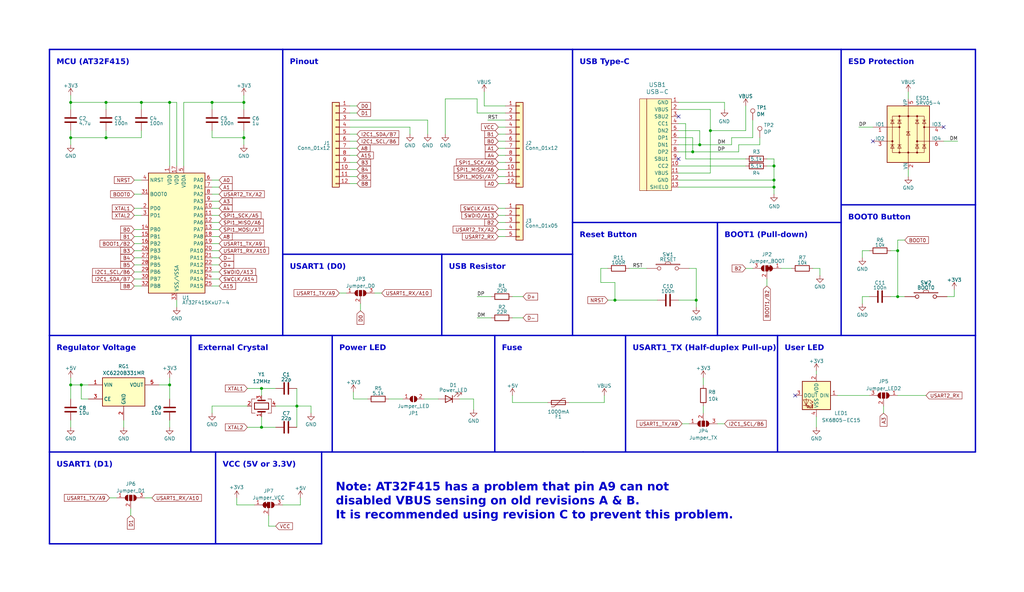
<source format=kicad_sch>
(kicad_sch (version 20231120) (generator "eeschema") (generator_version "8.0")
  (paper "User" 367.995 213.004)
  (title_block (title "Artemisia") (date "2024-04-25") (rev "2") (comment 1 "Copyright © 2024 HorrorTroll") (comment 2 "GPL2 License"))
  (junction (at 220.98 107.95))
  (junction (at 25.4 138.43))
  (junction (at 278.13 59.69))
  (junction (at 29.21 138.43))
  (junction (at 322.58 90.17))
  (junction (at 93.98 153.67))
  (junction (at 38.1 49.53))
  (junction (at 38.1 36.83))
  (junction (at 93.98 139.7))
  (junction (at 250.19 107.95))
  (junction (at 251.46 52.07))
  (junction (at 106.68 146.05))
  (junction (at 322.58 106.68))
  (junction (at 50.8 36.83))
  (junction (at 278.13 64.77))
  (junction (at 25.4 49.53))
  (junction (at 87.63 36.83))
  (junction (at 60.96 138.43))
  (junction (at 278.13 67.31))
  (junction (at 25.4 36.83))
  (junction (at 87.63 49.53))
  (junction (at 60.96 36.83))
  (junction (at 255.27 46.99))
  (junction (at 76.2 36.83))
  (junction (at 248.92 54.61))
  (no_connect (at 243.84 57.15))
  (no_connect (at 339.09 45.72))
  (no_connect (at 243.84 41.91))
  (no_connect (at 285.75 142.24))
  (no_connect (at 313.69 50.8))
  (polyline (pts (xy 350.52 73.66) (xy 350.52 120.65)) (stroke (width 0.5) (type solid)))
  (wire (pts (xy 125.73 55.88) (xy 128.27 55.88)))
  (wire (pts (xy 179.07 53.34) (xy 181.61 53.34)))
  (wire (pts (xy 226.06 96.52) (xy 232.41 96.52)))
  (wire (pts (xy 204.47 144.78) (xy 217.17 144.78)))
  (wire (pts (xy 76.2 69.85) (xy 78.74 69.85)))
  (wire (pts (xy 280.67 96.52) (xy 284.48 96.52)))
  (polyline (pts (xy 224.79 120.65) (xy 257.81 120.65)) (stroke (width 0.5) (type solid)))
  (wire (pts (xy 125.73 50.8) (xy 128.27 50.8)))
  (polyline (pts (xy 350.52 120.65) (xy 350.52 162.56)) (stroke (width 0.5) (type solid)))
  (wire (pts (xy 63.5 107.95) (xy 63.5 110.49)))
  (wire (pts (xy 267.97 46.99) (xy 255.27 46.99)))
  (wire (pts (xy 60.96 138.43) (xy 60.96 143.51)))
  (wire (pts (xy 127 143.51) (xy 132.08 143.51)))
  (wire (pts (xy 255.27 39.37) (xy 255.27 46.99)))
  (wire (pts (xy 179.07 55.88) (xy 181.61 55.88)))
  (wire (pts (xy 78.74 77.47) (xy 76.2 77.47)))
  (wire (pts (xy 44.45 151.13) (xy 44.45 153.67)))
  (wire (pts (xy 322.58 106.68) (xy 325.12 106.68)))
  (polyline (pts (xy 77.47 195.58) (xy 77.47 162.56)) (stroke (width 0.5) (type solid)))
  (wire (pts (xy 107.95 179.07) (xy 107.95 181.61)))
  (wire (pts (xy 187.96 114.3) (xy 184.15 114.3)))
  (wire (pts (xy 300.99 142.24) (xy 312.42 142.24)))
  (wire (pts (xy 342.9 104.14) (xy 342.9 106.68)))
  (wire (pts (xy 48.26 90.17) (xy 50.8 90.17)))
  (wire (pts (xy 85.09 179.07) (xy 85.09 181.61)))
  (wire (pts (xy 25.4 39.37) (xy 25.4 36.83)))
  (polyline (pts (xy 17.78 17.78) (xy 101.6 17.78)) (stroke (width 0.5) (type solid)))
  (wire (pts (xy 322.58 142.24) (xy 332.74 142.24)))
  (wire (pts (xy 66.04 36.83) (xy 76.2 36.83)))
  (wire (pts (xy 326.39 60.96) (xy 326.39 63.5)))
  (wire (pts (xy 243.84 46.99) (xy 251.46 46.99)))
  (wire (pts (xy 125.73 48.26) (xy 128.27 48.26)))
  (polyline (pts (xy 257.81 120.65) (xy 279.4 120.65)) (stroke (width 0.5) (type solid)))
  (wire (pts (xy 273.05 49.53) (xy 273.05 52.07)))
  (wire (pts (xy 278.13 64.77) (xy 278.13 59.69)))
  (wire (pts (xy 25.4 151.13) (xy 25.4 153.67)))
  (polyline (pts (xy 257.81 120.65) (xy 257.81 80.01)) (stroke (width 0.5) (type solid)))
  (polyline (pts (xy 279.4 162.56) (xy 279.4 120.65)) (stroke (width 0.5) (type solid)))
  (wire (pts (xy 179.07 82.55) (xy 181.61 82.55)))
  (polyline (pts (xy 224.79 162.56) (xy 224.79 120.65)) (stroke (width 0.5) (type solid)))
  (wire (pts (xy 217.17 144.78) (xy 217.17 142.24)))
  (polyline (pts (xy 224.79 162.56) (xy 279.4 162.56)) (stroke (width 0.5) (type solid)))
  (wire (pts (xy 76.2 36.83) (xy 76.2 39.37)))
  (wire (pts (xy 76.2 49.53) (xy 87.63 49.53)))
  (wire (pts (xy 93.98 139.7) (xy 93.98 142.24)))
  (wire (pts (xy 275.59 57.15) (xy 278.13 57.15)))
  (wire (pts (xy 48.26 87.63) (xy 50.8 87.63)))
  (wire (pts (xy 245.11 152.4) (xy 247.65 152.4)))
  (wire (pts (xy 257.81 152.4) (xy 260.35 152.4)))
  (wire (pts (xy 322.58 90.17) (xy 322.58 106.68)))
  (wire (pts (xy 78.74 64.77) (xy 76.2 64.77)))
  (wire (pts (xy 48.26 95.25) (xy 50.8 95.25)))
  (wire (pts (xy 50.8 36.83) (xy 60.96 36.83)))
  (wire (pts (xy 270.51 43.18) (xy 270.51 49.53)))
  (polyline (pts (xy 302.26 17.78) (xy 350.52 17.78)) (stroke (width 0.5) (type solid)))
  (wire (pts (xy 243.84 62.23) (xy 255.27 62.23)))
  (wire (pts (xy 220.98 107.95) (xy 236.22 107.95)))
  (wire (pts (xy 171.45 114.3) (xy 176.53 114.3)))
  (wire (pts (xy 179.07 58.42) (xy 181.61 58.42)))
  (wire (pts (xy 320.04 106.68) (xy 322.58 106.68)))
  (polyline (pts (xy 205.74 120.65) (xy 224.79 120.65)) (stroke (width 0.5) (type solid)))
  (polyline (pts (xy 302.26 17.78) (xy 302.26 73.66)) (stroke (width 0.5) (type solid)))
  (wire (pts (xy 63.5 36.83) (xy 63.5 59.69)))
  (wire (pts (xy 78.74 85.09) (xy 76.2 85.09)))
  (polyline (pts (xy 350.52 73.66) (xy 302.26 73.66)) (stroke (width 0.5) (type solid)))
  (wire (pts (xy 78.74 102.87) (xy 76.2 102.87)))
  (wire (pts (xy 48.26 97.79) (xy 50.8 97.79)))
  (wire (pts (xy 48.26 100.33) (xy 50.8 100.33)))
  (wire (pts (xy 179.07 45.72) (xy 181.61 45.72)))
  (wire (pts (xy 87.63 49.53) (xy 87.63 46.99)))
  (wire (pts (xy 267.97 96.52) (xy 270.51 96.52)))
  (wire (pts (xy 76.2 146.05) (xy 88.9 146.05)))
  (wire (pts (xy 171.45 35.56) (xy 160.02 35.56)))
  (wire (pts (xy 152.4 143.51) (xy 157.48 143.51)))
  (wire (pts (xy 128.27 38.1) (xy 125.73 38.1)))
  (wire (pts (xy 215.9 96.52) (xy 215.9 101.6)))
  (wire (pts (xy 38.1 36.83) (xy 50.8 36.83)))
  (wire (pts (xy 278.13 67.31) (xy 278.13 64.77)))
  (wire (pts (xy 88.9 139.7) (xy 93.98 139.7)))
  (wire (pts (xy 175.26 43.18) (xy 181.61 43.18)))
  (polyline (pts (xy 119.38 162.56) (xy 119.38 120.65)) (stroke (width 0.5) (type solid)))
  (wire (pts (xy 78.74 95.25) (xy 76.2 95.25)))
  (polyline (pts (xy 279.4 120.65) (xy 302.26 120.65)) (stroke (width 0.5) (type solid)))
  (wire (pts (xy 320.04 90.17) (xy 322.58 90.17)))
  (polyline (pts (xy 101.6 17.78) (xy 205.74 17.78)) (stroke (width 0.5) (type solid)))
  (wire (pts (xy 88.9 153.67) (xy 93.98 153.67)))
  (wire (pts (xy 251.46 46.99) (xy 251.46 52.07)))
  (wire (pts (xy 153.67 48.26) (xy 153.67 43.18)))
  (wire (pts (xy 250.19 96.52) (xy 247.65 96.52)))
  (wire (pts (xy 184.15 144.78) (xy 184.15 142.24)))
  (wire (pts (xy 52.07 179.07) (xy 54.61 179.07)))
  (polyline (pts (xy 68.58 120.65) (xy 101.6 120.65)) (stroke (width 0.5) (type solid)))
  (wire (pts (xy 48.26 92.71) (xy 50.8 92.71)))
  (wire (pts (xy 134.62 105.41) (xy 137.16 105.41)))
  (wire (pts (xy 322.58 86.36) (xy 322.58 90.17)))
  (wire (pts (xy 85.09 181.61) (xy 91.44 181.61)))
  (polyline (pts (xy 350.52 162.56) (xy 279.4 162.56)) (stroke (width 0.5) (type solid)))
  (wire (pts (xy 38.1 49.53) (xy 25.4 49.53)))
  (polyline (pts (xy 17.78 162.56) (xy 68.58 162.56)) (stroke (width 0.5) (type solid)))
  (wire (pts (xy 66.04 36.83) (xy 66.04 59.69)))
  (wire (pts (xy 179.07 50.8) (xy 181.61 50.8)))
  (wire (pts (xy 275.59 59.69) (xy 278.13 59.69)))
  (wire (pts (xy 293.37 149.86) (xy 293.37 153.67)))
  (polyline (pts (xy 205.74 80.01) (xy 205.74 91.44)) (stroke (width 0.5) (type solid)))
  (wire (pts (xy 179.07 63.5) (xy 181.61 63.5)))
  (polyline (pts (xy 17.78 162.56) (xy 17.78 195.58)) (stroke (width 0.5) (type solid)))
  (wire (pts (xy 243.84 49.53) (xy 248.92 49.53)))
  (wire (pts (xy 153.67 43.18) (xy 125.73 43.18)))
  (wire (pts (xy 125.73 45.72) (xy 147.32 45.72)))
  (wire (pts (xy 294.64 96.52) (xy 292.1 96.52)))
  (polyline (pts (xy 119.38 120.65) (xy 158.75 120.65)) (stroke (width 0.5) (type solid)))
  (wire (pts (xy 25.4 49.53) (xy 25.4 52.07)))
  (polyline (pts (xy 158.75 91.44) (xy 205.74 91.44)) (stroke (width 0.5) (type solid)))
  (wire (pts (xy 101.6 181.61) (xy 107.95 181.61)))
  (wire (pts (xy 48.26 69.85) (xy 50.8 69.85)))
  (wire (pts (xy 78.74 97.79) (xy 76.2 97.79)))
  (wire (pts (xy 252.73 135.89) (xy 252.73 138.43)))
  (wire (pts (xy 275.59 102.87) (xy 275.59 100.33)))
  (wire (pts (xy 270.51 49.53) (xy 262.89 49.53)))
  (wire (pts (xy 187.96 106.68) (xy 184.15 106.68)))
  (wire (pts (xy 267.97 38.1) (xy 267.97 46.99)))
  (wire (pts (xy 294.64 96.52) (xy 294.64 99.06)))
  (wire (pts (xy 179.07 48.26) (xy 181.61 48.26)))
  (polyline (pts (xy 350.52 17.78) (xy 350.52 73.66)) (stroke (width 0.5) (type solid)))
  (wire (pts (xy 25.4 138.43) (xy 29.21 138.43)))
  (wire (pts (xy 278.13 67.31) (xy 278.13 69.85)))
  (polyline (pts (xy 115.57 162.56) (xy 119.38 162.56)) (stroke (width 0.5) (type solid)))
  (wire (pts (xy 165.1 143.51) (xy 170.18 143.51)))
  (wire (pts (xy 60.96 151.13) (xy 60.96 153.67)))
  (wire (pts (xy 255.27 46.99) (xy 255.27 62.23)))
  (wire (pts (xy 76.2 49.53) (xy 76.2 46.99)))
  (wire (pts (xy 171.45 40.64) (xy 181.61 40.64)))
  (wire (pts (xy 179.07 74.93) (xy 181.61 74.93)))
  (wire (pts (xy 50.8 36.83) (xy 50.8 39.37)))
  (wire (pts (xy 170.18 147.32) (xy 170.18 143.51)))
  (polyline (pts (xy 101.6 17.78) (xy 101.6 91.44)) (stroke (width 0.5) (type solid)))
  (wire (pts (xy 173.99 38.1) (xy 181.61 38.1)))
  (wire (pts (xy 243.84 64.77) (xy 278.13 64.77)))
  (wire (pts (xy 160.02 35.56) (xy 160.02 48.26)))
  (polyline (pts (xy 158.75 120.65) (xy 177.8 120.65)) (stroke (width 0.5) (type solid)))
  (polyline (pts (xy 17.78 120.65) (xy 17.78 17.78)) (stroke (width 0.5) (type solid)))
  (wire (pts (xy 325.12 86.36) (xy 322.58 86.36)))
  (wire (pts (xy 171.45 35.56) (xy 171.45 40.64)))
  (polyline (pts (xy 68.58 162.56) (xy 68.58 120.65)) (stroke (width 0.5) (type solid)))
  (polyline (pts (xy 101.6 91.44) (xy 101.6 120.65)) (stroke (width 0.5) (type solid)))
  (polyline (pts (xy 177.8 120.65) (xy 205.74 120.65)) (stroke (width 0.5) (type solid)))
  (wire (pts (xy 38.1 36.83) (xy 38.1 39.37)))
  (wire (pts (xy 218.44 107.95) (xy 220.98 107.95)))
  (wire (pts (xy 93.98 153.67) (xy 99.06 153.67)))
  (wire (pts (xy 78.74 100.33) (xy 76.2 100.33)))
  (wire (pts (xy 308.61 45.72) (xy 313.69 45.72)))
  (wire (pts (xy 128.27 40.64) (xy 125.73 40.64)))
  (wire (pts (xy 106.68 139.7) (xy 106.68 146.05)))
  (wire (pts (xy 243.84 54.61) (xy 248.92 54.61)))
  (wire (pts (xy 260.35 36.83) (xy 243.84 36.83)))
  (wire (pts (xy 293.37 133.35) (xy 293.37 134.62)))
  (wire (pts (xy 78.74 90.17) (xy 76.2 90.17)))
  (polyline (pts (xy 17.78 195.58) (xy 77.47 195.58)) (stroke (width 0.5) (type solid)))
  (wire (pts (xy 76.2 36.83) (xy 87.63 36.83)))
  (polyline (pts (xy 101.6 120.65) (xy 119.38 120.65)) (stroke (width 0.5) (type solid)))
  (wire (pts (xy 339.09 50.8) (xy 344.17 50.8)))
  (wire (pts (xy 220.98 101.6) (xy 220.98 107.95)))
  (wire (pts (xy 125.73 53.34) (xy 128.27 53.34)))
  (wire (pts (xy 309.88 90.17) (xy 309.88 92.71)))
  (wire (pts (xy 173.99 33.02) (xy 173.99 38.1)))
  (wire (pts (xy 326.39 33.02) (xy 326.39 35.56)))
  (wire (pts (xy 31.75 143.51) (xy 29.21 143.51)))
  (wire (pts (xy 252.73 146.05) (xy 252.73 148.59)))
  (polyline (pts (xy 302.26 120.65) (xy 302.26 80.01)) (stroke (width 0.5) (type solid)))
  (wire (pts (xy 111.76 146.05) (xy 111.76 148.59)))
  (polyline (pts (xy 101.6 91.44) (xy 158.75 91.44)) (stroke (width 0.5) (type solid)))
  (wire (pts (xy 184.15 144.78) (xy 196.85 144.78)))
  (polyline (pts (xy 177.8 162.56) (xy 209.55 162.56)) (stroke (width 0.5) (type solid)))
  (wire (pts (xy 179.07 77.47) (xy 181.61 77.47)))
  (polyline (pts (xy 209.55 162.56) (xy 224.79 162.56)) (stroke (width 0.5) (type solid)))
  (wire (pts (xy 78.74 87.63) (xy 76.2 87.63)))
  (wire (pts (xy 309.88 109.22) (xy 309.88 106.68)))
  (wire (pts (xy 139.7 143.51) (xy 144.78 143.51)))
  (wire (pts (xy 50.8 46.99) (xy 50.8 49.53)))
  (wire (pts (xy 246.38 57.15) (xy 267.97 57.15)))
  (wire (pts (xy 179.07 80.01) (xy 181.61 80.01)))
  (wire (pts (xy 25.4 135.89) (xy 25.4 138.43)))
  (polyline (pts (xy 257.81 80.01) (xy 302.26 80.01)) (stroke (width 0.5) (type solid)))
  (wire (pts (xy 260.35 39.37) (xy 260.35 36.83)))
  (polyline (pts (xy 17.78 120.65) (xy 17.78 162.56)) (stroke (width 0.5) (type solid)))
  (polyline (pts (xy 115.57 195.58) (xy 115.57 162.56)) (stroke (width 0.5) (type solid)))
  (wire (pts (xy 179.07 85.09) (xy 181.61 85.09)))
  (wire (pts (xy 309.88 106.68) (xy 312.42 106.68)))
  (wire (pts (xy 87.63 36.83) (xy 87.63 39.37)))
  (wire (pts (xy 265.43 52.07) (xy 273.05 52.07)))
  (wire (pts (xy 48.26 74.93) (xy 50.8 74.93)))
  (wire (pts (xy 48.26 85.09) (xy 50.8 85.09)))
  (wire (pts (xy 96.52 185.42) (xy 96.52 189.23)))
  (wire (pts (xy 25.4 49.53) (xy 25.4 46.99)))
  (wire (pts (xy 215.9 96.52) (xy 218.44 96.52)))
  (wire (pts (xy 48.26 64.77) (xy 50.8 64.77)))
  (wire (pts (xy 93.98 149.86) (xy 93.98 153.67)))
  (wire (pts (xy 25.4 34.29) (xy 25.4 36.83)))
  (wire (pts (xy 309.88 90.17) (xy 312.42 90.17)))
  (wire (pts (xy 251.46 52.07) (xy 262.89 52.07)))
  (polyline (pts (xy 77.47 195.58) (xy 115.57 195.58)) (stroke (width 0.5) (type solid)))
  (wire (pts (xy 246.38 44.45) (xy 246.38 57.15)))
  (wire (pts (xy 248.92 54.61) (xy 265.43 54.61)))
  (wire (pts (xy 25.4 36.83) (xy 38.1 36.83)))
  (wire (pts (xy 60.96 36.83) (xy 60.96 59.69)))
  (wire (pts (xy 147.32 45.72) (xy 147.32 48.26)))
  (wire (pts (xy 48.26 77.47) (xy 50.8 77.47)))
  (wire (pts (xy 121.92 105.41) (xy 124.46 105.41)))
  (polyline (pts (xy 68.58 162.56) (xy 77.47 162.56)) (stroke (width 0.5) (type solid)))
  (wire (pts (xy 78.74 92.71) (xy 76.2 92.71)))
  (wire (pts (xy 125.73 66.04) (xy 128.27 66.04)))
  (wire (pts (xy 129.54 109.22) (xy 129.54 111.76)))
  (wire (pts (xy 96.52 189.23) (xy 99.06 189.23)))
  (wire (pts (xy 171.45 106.68) (xy 176.53 106.68)))
  (wire (pts (xy 78.74 80.01) (xy 76.2 80.01)))
  (wire (pts (xy 46.99 182.88) (xy 46.99 185.42)))
  (wire (pts (xy 278.13 59.69) (xy 278.13 57.15)))
  (wire (pts (xy 179.07 66.04) (xy 181.61 66.04)))
  (wire (pts (xy 125.73 58.42) (xy 128.27 58.42)))
  (polyline (pts (xy 177.8 162.56) (xy 177.8 120.65)) (stroke (width 0.5) (type solid)))
  (wire (pts (xy 243.84 44.45) (xy 246.38 44.45)))
  (polyline (pts (xy 205.74 80.01) (xy 257.81 80.01)) (stroke (width 0.5) (type solid)))
  (polyline (pts (xy 205.74 17.78) (xy 302.26 17.78)) (stroke (width 0.5) (type solid)))
  (wire (pts (xy 57.15 138.43) (xy 60.96 138.43)))
  (wire (pts (xy 78.74 67.31) (xy 76.2 67.31)))
  (polyline (pts (xy 350.52 120.65) (xy 302.26 120.65)) (stroke (width 0.5) (type solid)))
  (wire (pts (xy 29.21 138.43) (xy 31.75 138.43)))
  (wire (pts (xy 87.63 49.53) (xy 87.63 52.07)))
  (wire (pts (xy 243.84 107.95) (xy 250.19 107.95)))
  (wire (pts (xy 265.43 52.07) (xy 265.43 54.61)))
  (polyline (pts (xy 17.78 120.65) (xy 68.58 120.65)) (stroke (width 0.5) (type solid)))
  (wire (pts (xy 76.2 72.39) (xy 78.74 72.39)))
  (wire (pts (xy 243.84 39.37) (xy 255.27 39.37)))
  (wire (pts (xy 215.9 101.6) (xy 220.98 101.6)))
  (wire (pts (xy 38.1 46.99) (xy 38.1 49.53)))
  (wire (pts (xy 93.98 139.7) (xy 99.06 139.7)))
  (wire (pts (xy 48.26 82.55) (xy 50.8 82.55)))
  (wire (pts (xy 99.06 146.05) (xy 106.68 146.05)))
  (wire (pts (xy 317.5 146.05) (xy 317.5 148.59)))
  (wire (pts (xy 127 140.97) (xy 127 143.51)))
  (wire (pts (xy 125.73 60.96) (xy 128.27 60.96)))
  (wire (pts (xy 248.92 49.53) (xy 248.92 54.61)))
  (wire (pts (xy 262.89 49.53) (xy 262.89 52.07)))
  (wire (pts (xy 48.26 102.87) (xy 50.8 102.87)))
  (wire (pts (xy 87.63 34.29) (xy 87.63 36.83)))
  (polyline (pts (xy 119.38 162.56) (xy 177.8 162.56)) (stroke (width 0.5) (type solid)))
  (wire (pts (xy 29.21 143.51) (xy 29.21 138.43)))
  (wire (pts (xy 243.84 59.69) (xy 267.97 59.69)))
  (polyline (pts (xy 302.26 73.66) (xy 302.26 80.01)) (stroke (width 0.5) (type solid)))
  (wire (pts (xy 106.68 146.05) (xy 106.68 153.67)))
  (wire (pts (xy 125.73 63.5) (xy 128.27 63.5)))
  (wire (pts (xy 60.96 36.83) (xy 63.5 36.83)))
  (polyline (pts (xy 77.47 162.56) (xy 115.57 162.56)) (stroke (width 0.5) (type solid)))
  (polyline (pts (xy 205.74 17.78) (xy 205.74 80.01)) (stroke (width 0.5) (type solid)))
  (wire (pts (xy 106.68 146.05) (xy 111.76 146.05)))
  (wire (pts (xy 39.37 179.07) (xy 41.91 179.07)))
  (polyline (pts (xy 158.75 120.65) (xy 158.75 91.44)) (stroke (width 0.5) (type solid)))
  (wire (pts (xy 25.4 138.43) (xy 25.4 143.51)))
  (wire (pts (xy 78.74 74.93) (xy 76.2 74.93)))
  (polyline (pts (xy 205.74 120.65) (xy 205.74 91.44)) (stroke (width 0.5) (type solid)))
  (wire (pts (xy 60.96 135.89) (xy 60.96 138.43)))
  (wire (pts (xy 342.9 106.68) (xy 340.36 106.68)))
  (wire (pts (xy 250.19 107.95) (xy 250.19 110.49)))
  (wire (pts (xy 50.8 49.53) (xy 38.1 49.53)))
  (wire (pts (xy 78.74 82.55) (xy 76.2 82.55)))
  (wire (pts (xy 179.07 60.96) (xy 181.61 60.96)))
  (wire (pts (xy 76.2 146.05) (xy 76.2 148.59)))
  (wire (pts (xy 243.84 52.07) (xy 251.46 52.07)))
  (wire (pts (xy 250.19 96.52) (xy 250.19 107.95)))
  (wire (pts (xy 243.84 67.31) (xy 278.13 67.31)))
  (text "BOOT0 Button" (at 304.8 80.01 0) (effects (font (size 2 2) (thickness 0.4) (bold yes)) (justify left bottom)))
  (text "MCU (AT32F415)" (at 20.32 24.13 0) (effects (font (size 2 2) (thickness 0.4) (bold yes)) (justify left bottom)))
  (text "USART1 (D0)" (at 104.14 97.79 0) (effects (font (size 2 2) (thickness 0.4) (bold yes)) (justify left bottom)))
  (text "USART1 (D1)" (at 20.32 168.91 0) (effects (font (size 2 2) (thickness 0.4) (bold yes)) (justify left bottom)))
  (text "Power LED" (at 121.92 127 0) (effects (font (size 2 2) (thickness 0.4) (bold yes)) (justify left bottom)))
  (text "ESD Protection" (at 304.8 24.13 0) (effects (font (size 2 2) (thickness 0.4) (bold yes)) (justify left bottom)))
  (text "Regulator Voltage" (at 20.32 127 0) (effects (font (size 2 2) (thickness 0.4) (bold yes)) (justify left bottom)))
  (text "VCC (5V or 3.3V)" (at 80.01 168.91 0) (effects (font (size 2 2) (thickness 0.4) (bold yes)) (justify left bottom)))
  (text "Note: AT32F415 has a problem that pin A9 can not\ndisabled VBUS sensing on old revisions A & B.\nIt is recommended using revision C to prevent this problem." (at 120.65 187.96 0) (effects (font (size 3 3) (thickness 0.4) (bold yes)) (justify left bottom)))
  (text "User LED" (at 281.94 127 0) (effects (font (size 2 2) (thickness 0.4) (bold yes)) (justify left bottom)))
  (text "USB Resistor" (at 161.29 97.79 0) (effects (font (size 2 2) (thickness 0.4) (bold yes)) (justify left bottom)))
  (text "BOOT1 (Pull-down)" (at 260.35 86.36 0) (effects (font (size 2 2) (thickness 0.4) (bold yes)) (justify left bottom)))
  (text "Pinout" (at 104.14 24.13 0) (effects (font (size 2 2) (thickness 0.4) (bold yes)) (justify left bottom)))
  (text "External Crystal" (at 71.12 127 0) (effects (font (size 2 2) (thickness 0.4) (bold yes)) (justify left bottom)))
  (text "USB Type-C" (at 208.28 24.13 0) (effects (font (size 2 2) (thickness 0.4) (bold yes)) (justify left bottom)))
  (text "USART1_TX (Half-duplex Pull-up)" (at 227.33 127 0) (effects (font (size 2 2) (thickness 0.4) (bold yes)) (justify left bottom)))
  (text "Fuse" (at 180.34 127 0) (effects (font (size 2 2) (thickness 0.4) (bold yes)) (justify left bottom)))
  (text "Reset Button" (at 208.28 86.36 0) (effects (font (size 2 2) (thickness 0.4) (bold yes)) (justify left bottom)))
  (label "DM" (at 171.45 114.3 0))
  (label "DM" (at 257.81 52.07 0))
  (label "DM" (at 344.17 50.8 180))
  (label "RST" (at 175.26 43.18 0))
  (label "RST" (at 227.33 96.52 0))
  (label "DP" (at 257.81 54.61 0))
  (label "DP" (at 171.45 106.68 0))
  (label "DP" (at 308.61 45.72 0))
  (global_label "D0" (shape input) (at 129.54 111.76 270) (property "Intersheetrefs" "${INTERSHEET_REFS}" (effects (hide yes))))
  (global_label "A0" (shape input) (at 78.74 64.77 0) (property "Intersheetrefs" "${INTERSHEET_REFS}" (effects (hide yes))))
  (global_label "USART1_RX{slash}A10" (shape input) (at 54.61 179.07 0) (property "Intersheetrefs" "${INTERSHEET_REFS}" (effects (hide yes))))
  (global_label "USART2_TX{slash}A2" (shape input) (at 179.07 82.55 180) (property "Intersheetrefs" "${INTERSHEET_REFS}" (effects (hide yes))))
  (global_label "A1" (shape input) (at 179.07 53.34 180) (property "Intersheetrefs" "${INTERSHEET_REFS}" (effects (hide yes))))
  (global_label "XTAL2" (shape input) (at 48.26 77.47 180) (property "Intersheetrefs" "${INTERSHEET_REFS}" (effects (hide yes))))
  (global_label "B4" (shape input) (at 128.27 60.96 0) (property "Intersheetrefs" "${INTERSHEET_REFS}" (effects (hide yes))))
  (global_label "SWDIO{slash}A13" (shape input) (at 179.07 77.47 180) (property "Intersheetrefs" "${INTERSHEET_REFS}" (effects (hide yes))))
  (global_label "I2C1_SDA{slash}B7" (shape input) (at 48.26 100.33 180) (property "Intersheetrefs" "${INTERSHEET_REFS}" (effects (hide yes))))
  (global_label "A0" (shape input) (at 179.07 66.04 180) (property "Intersheetrefs" "${INTERSHEET_REFS}" (effects (hide yes))))
  (global_label "A8" (shape input) (at 128.27 53.34 0) (property "Intersheetrefs" "${INTERSHEET_REFS}" (effects (hide yes))))
  (global_label "B0" (shape input) (at 179.07 50.8 180) (property "Intersheetrefs" "${INTERSHEET_REFS}" (effects (hide yes))))
  (global_label "SPI1_MOSI{slash}A7" (shape input) (at 78.74 82.55 0) (property "Intersheetrefs" "${INTERSHEET_REFS}" (effects (hide yes))))
  (global_label "B1" (shape input) (at 179.07 48.26 180) (property "Intersheetrefs" "${INTERSHEET_REFS}" (effects (hide yes))))
  (global_label "SPI1_MOSI{slash}A7" (shape input) (at 179.07 63.5 180) (property "Intersheetrefs" "${INTERSHEET_REFS}" (effects (hide yes))))
  (global_label "BOOT0" (shape input) (at 325.12 86.36 0) (property "Intersheetrefs" "${INTERSHEET_REFS}" (effects (hide yes))))
  (global_label "D+" (shape input) (at 78.74 95.25 0) (property "Intersheetrefs" "${INTERSHEET_REFS}" (effects (hide yes))))
  (global_label "B2" (shape input) (at 267.97 96.52 180) (property "Intersheetrefs" "${INTERSHEET_REFS}" (effects (hide yes))))
  (global_label "BOOT1{slash}B2" (shape input) (at 275.59 102.87 270) (property "Intersheetrefs" "${INTERSHEET_REFS}" (effects (hide yes))))
  (global_label "B1" (shape input) (at 48.26 85.09 180) (property "Intersheetrefs" "${INTERSHEET_REFS}" (effects (hide yes))))
  (global_label "I2C1_SCL{slash}B6" (shape input) (at 260.35 152.4 0) (property "Intersheetrefs" "${INTERSHEET_REFS}" (effects (hide yes))))
  (global_label "USART2_RX" (shape input) (at 332.74 142.24 0) (property "Intersheetrefs" "${INTERSHEET_REFS}" (effects (hide yes))))
  (global_label "B3" (shape input) (at 128.27 58.42 0) (property "Intersheetrefs" "${INTERSHEET_REFS}" (effects (hide yes))))
  (global_label "SPI1_SCK{slash}A5" (shape input) (at 179.07 58.42 180) (property "Intersheetrefs" "${INTERSHEET_REFS}" (effects (hide yes))))
  (global_label "I2C1_SCL{slash}B6" (shape input) (at 128.27 50.8 0) (property "Intersheetrefs" "${INTERSHEET_REFS}" (effects (hide yes))))
  (global_label "SPI1_SCK{slash}A5" (shape input) (at 78.74 77.47 0) (property "Intersheetrefs" "${INTERSHEET_REFS}" (effects (hide yes))))
  (global_label "SPI1_MISO{slash}A6" (shape input) (at 78.74 80.01 0) (property "Intersheetrefs" "${INTERSHEET_REFS}" (effects (hide yes))))
  (global_label "B5" (shape input) (at 128.27 63.5 0) (property "Intersheetrefs" "${INTERSHEET_REFS}" (effects (hide yes))))
  (global_label "XTAL1" (shape input) (at 88.9 139.7 180) (property "Intersheetrefs" "${INTERSHEET_REFS}" (effects (hide yes))))
  (global_label "BOOT1{slash}B2" (shape input) (at 48.26 87.63 180) (property "Intersheetrefs" "${INTERSHEET_REFS}" (effects (hide yes))))
  (global_label "A8" (shape input) (at 78.74 85.09 0) (property "Intersheetrefs" "${INTERSHEET_REFS}" (effects (hide yes))))
  (global_label "D+" (shape input) (at 187.96 106.68 0) (property "Intersheetrefs" "${INTERSHEET_REFS}" (effects (hide yes))))
  (global_label "A15" (shape input) (at 128.27 55.88 0) (property "Intersheetrefs" "${INTERSHEET_REFS}" (effects (hide yes))))
  (global_label "USART2_TX{slash}A2" (shape input) (at 78.74 69.85 0) (property "Intersheetrefs" "${INTERSHEET_REFS}" (effects (hide yes))))
  (global_label "B0" (shape input) (at 48.26 82.55 180) (property "Intersheetrefs" "${INTERSHEET_REFS}" (effects (hide yes))))
  (global_label "USART1_TX{slash}A9" (shape input) (at 121.92 105.41 180) (property "Intersheetrefs" "${INTERSHEET_REFS}" (effects (hide yes))))
  (global_label "USART1_RX{slash}A10" (shape input) (at 78.74 90.17 0) (property "Intersheetrefs" "${INTERSHEET_REFS}" (effects (hide yes))))
  (global_label "D-" (shape input) (at 187.96 114.3 0) (property "Intersheetrefs" "${INTERSHEET_REFS}" (effects (hide yes))))
  (global_label "XTAL2" (shape input) (at 88.9 153.67 180) (property "Intersheetrefs" "${INTERSHEET_REFS}" (effects (hide yes))))
  (global_label "BOOT0" (shape input) (at 48.26 69.85 180) (property "Intersheetrefs" "${INTERSHEET_REFS}" (effects (hide yes))))
  (global_label "SWCLK{slash}A14" (shape input) (at 179.07 74.93 180) (property "Intersheetrefs" "${INTERSHEET_REFS}" (effects (hide yes))))
  (global_label "B3" (shape input) (at 48.26 90.17 180) (property "Intersheetrefs" "${INTERSHEET_REFS}" (effects (hide yes))))
  (global_label "USART1_TX{slash}A9" (shape input) (at 39.37 179.07 180) (property "Intersheetrefs" "${INTERSHEET_REFS}" (effects (hide yes))))
  (global_label "D1" (shape input) (at 128.27 40.64 0) (property "Intersheetrefs" "${INTERSHEET_REFS}" (effects (hide yes))))
  (global_label "SPI1_MISO{slash}A6" (shape input) (at 179.07 60.96 180) (property "Intersheetrefs" "${INTERSHEET_REFS}" (effects (hide yes))))
  (global_label "B8" (shape input) (at 48.26 102.87 180) (property "Intersheetrefs" "${INTERSHEET_REFS}" (effects (hide yes))))
  (global_label "A3" (shape input) (at 78.74 72.39 0) (property "Intersheetrefs" "${INTERSHEET_REFS}" (effects (hide yes))))
  (global_label "VCC" (shape input) (at 179.07 45.72 180) (property "Intersheetrefs" "${INTERSHEET_REFS}" (effects (hide yes))))
  (global_label "USART1_TX{slash}A9" (shape input) (at 245.11 152.4 180) (property "Intersheetrefs" "${INTERSHEET_REFS}" (effects (hide yes))))
  (global_label "NRST" (shape input) (at 48.26 64.77 180) (property "Intersheetrefs" "${INTERSHEET_REFS}" (effects (hide yes))))
  (global_label "A1" (shape input) (at 78.74 67.31 0) (property "Intersheetrefs" "${INTERSHEET_REFS}" (effects (hide yes))))
  (global_label "B2" (shape input) (at 179.07 80.01 180) (property "Intersheetrefs" "${INTERSHEET_REFS}" (effects (hide yes))))
  (global_label "D-" (shape input) (at 78.74 92.71 0) (property "Intersheetrefs" "${INTERSHEET_REFS}" (effects (hide yes))))
  (global_label "D0" (shape input) (at 128.27 38.1 0) (property "Intersheetrefs" "${INTERSHEET_REFS}" (effects (hide yes))))
  (global_label "USART1_TX{slash}A9" (shape input) (at 78.74 87.63 0) (property "Intersheetrefs" "${INTERSHEET_REFS}" (effects (hide yes))))
  (global_label "D1" (shape input) (at 46.99 185.42 270) (property "Intersheetrefs" "${INTERSHEET_REFS}" (effects (hide yes))))
  (global_label "SWCLK{slash}A14" (shape input) (at 78.74 100.33 0) (property "Intersheetrefs" "${INTERSHEET_REFS}" (effects (hide yes))))
  (global_label "B8" (shape input) (at 128.27 66.04 0) (property "Intersheetrefs" "${INTERSHEET_REFS}" (effects (hide yes))))
  (global_label "XTAL1" (shape input) (at 48.26 74.93 180) (property "Intersheetrefs" "${INTERSHEET_REFS}" (effects (hide yes))))
  (global_label "A3" (shape input) (at 317.5 148.59 270) (property "Intersheetrefs" "${INTERSHEET_REFS}" (effects (hide yes))))
  (global_label "I2C1_SDA{slash}B7" (shape input) (at 128.27 48.26 0) (property "Intersheetrefs" "${INTERSHEET_REFS}" (effects (hide yes))))
  (global_label "VCC" (shape input) (at 99.06 189.23 0) (property "Intersheetrefs" "${INTERSHEET_REFS}" (effects (hide yes))))
  (global_label "B4" (shape input) (at 48.26 92.71 180) (property "Intersheetrefs" "${INTERSHEET_REFS}" (effects (hide yes))))
  (global_label "SWDIO{slash}A13" (shape input) (at 78.74 97.79 0) (property "Intersheetrefs" "${INTERSHEET_REFS}" (effects (hide yes))))
  (global_label "USART1_RX{slash}A10" (shape input) (at 137.16 105.41 0) (property "Intersheetrefs" "${INTERSHEET_REFS}" (effects (hide yes))))
  (global_label "A4" (shape input) (at 78.74 74.93 0) (property "Intersheetrefs" "${INTERSHEET_REFS}" (effects (hide yes))))
  (global_label "A15" (shape input) (at 78.74 102.87 0) (property "Intersheetrefs" "${INTERSHEET_REFS}" (effects (hide yes))))
  (global_label "NRST" (shape input) (at 218.44 107.95 180) (property "Intersheetrefs" "${INTERSHEET_REFS}" (effects (hide yes))))
  (global_label "A4" (shape input) (at 179.07 55.88 180) (property "Intersheetrefs" "${INTERSHEET_REFS}" (effects (hide yes))))
  (global_label "USART2_RX" (shape input) (at 179.07 85.09 180) (property "Intersheetrefs" "${INTERSHEET_REFS}" (effects (hide yes))))
  (global_label "I2C1_SCL{slash}B6" (shape input) (at 48.26 97.79 180) (property "Intersheetrefs" "${INTERSHEET_REFS}" (effects (hide yes))))
  (global_label "B5" (shape input) (at 48.26 95.25 180) (property "Intersheetrefs" "${INTERSHEET_REFS}" (effects (hide yes))))
  (symbol (lib_id "Jumper:SolderJumper_3_Open") (at 252.73 152.4 0) (mirror x) (unit 1)
    (property "Reference" "JP4" (at 252.73 155.0091 0))
    (property "Value" "Jumper_TX" (at 252.73 157.4334 0))
    (property "Footprint" "HorrorTroll_lib:SolderJumper-3_Open_Small" (effects (hide yes)))
    (property "Description" "Solder Jumper, 3-pole, open" (effects (hide yes)))
  )
  (symbol (lib_id "power:GND") (at 326.39 63.5 0) (unit 1)
    (property "Reference" "#PWR029" (effects (hide yes)))
    (property "Value" "GND" (at 326.39 67.5561 0))
  )
  (symbol (lib_id "power:+3V3") (at 85.09 179.07 0) (unit 1)
    (property "Reference" "#PWR033" (effects (hide yes)))
    (property "Value" "+3V3" (at 87.63 175.26 0) (effects (justify right)))
  )
  (symbol (lib_id "Device:Polyfuse") (at 200.66 144.78 270) (unit 1)
    (property "Reference" "F1" (at 200.66 149.86 90))
    (property "Value" "1000mA" (at 200.66 148.0978 90))
    (property "Footprint" "Fuse:Fuse_0603_1608Metric" (effects (hide yes)))
    (property "LCSC Part Number" "C516069" (effects (hide yes)))
  )
  (symbol (lib_id "Power_Protection:SRV05-4") (at 326.39 48.26 0) (unit 1)
    (property "Reference" "ESD1" (at 329.0317 35.2679 0) (effects (justify left)))
    (property "Value" "SRV05-4" (at 329.0317 37.0301 0) (effects (justify left)))
    (property "Footprint" "Package_TO_SOT_SMD:SOT-23-6" (effects (hide yes)))
    (property "Datasheet" "http://www.onsemi.com/pub/Collateral/SRV05-4-D.PDF" (effects (hide yes)))
    (property "LCSC Part Number" "C85364" (effects (hide yes)))
  )
  (symbol (lib_id "power:GND") (at 294.64 99.06 0) (mirror y) (unit 1)
    (property "Reference" "#PWR030" (effects (hide yes)))
    (property "Value" "GND" (at 294.64 103.1161 0))
  )
  (symbol (lib_id "Device:C") (at 25.4 43.18 180) (unit 1)
    (property "Reference" "C2" (at 28.321 42.5855 0) (effects (justify right)))
    (property "Value" "4.7u" (at 28.321 44.3477 0) (effects (justify right)))
    (property "Footprint" "Capacitor_SMD:C_0402_1005Metric" (effects (hide yes)))
    (property "LCSC Part Number" "C23733" (effects (hide yes)))
  )
  (symbol (lib_id "power:+3V3") (at 293.37 133.35 0) (unit 1)
    (property "Reference" "#PWR031" (effects (hide yes)))
    (property "Value" "+3V3" (at 293.37 129.8671 0))
  )
  (symbol (lib_id "horrortroll_lib:SW_PUSH") (at 240.03 96.52 0) (unit 1)
    (property "Reference" "SW1" (at 240.03 91.5289 0))
    (property "Value" "RESET" (at 240.03 93.2911 0))
    (property "Footprint" "HorrorTroll_lib:SW_SPST_Little_Turtle_2P_no_silk" (effects (hide yes)))
    (property "LCSC Part Number" "C720477" (effects (hide yes)))
  )
  (symbol (lib_id "power:+3V3") (at 87.63 34.29 0) (unit 1)
    (property "Reference" "#PWR02" (effects (hide yes)))
    (property "Value" "+3V3" (at 87.63 30.8071 0))
  )
  (symbol (lib_id "power:+5V") (at 184.15 142.24 0) (unit 1)
    (property "Reference" "#PWR027" (effects (hide yes)))
    (property "Value" "+5V" (at 184.15 138.7571 0))
  )
  (symbol (lib_id "Connector:TestPoint") (at 270.51 43.18 0) (unit 1)
    (property "Reference" "TP1" (at 271.907 38.6658 0) (effects (justify left)))
    (property "Value" "DM" (at 271.907 41.0901 0) (effects (justify left)))
    (property "Footprint" "HorrorTroll_lib:TestPoint_Pad_D1.0mm_no_silk" (effects (hide yes)))
    (property "Description" "test point" (effects (hide yes)))
  )
  (symbol (lib_id "horrortroll_lib:SW_PUSH") (at 332.74 106.68 0) (unit 1)
    (property "Reference" "SW2" (at 332.74 101.6889 0))
    (property "Value" "BOOT0" (at 332.74 103.4511 0))
    (property "Footprint" "HorrorTroll_lib:SW_SPST_Little_Turtle_2P_no_silk_reversible" (effects (hide yes)))
    (property "LCSC Part Number" "C720477" (effects (hide yes)))
  )
  (symbol (lib_id "Jumper:SolderJumper_3_Open") (at 46.99 179.07 0) (unit 1)
    (property "Reference" "JP6" (at 46.99 174.0365 0))
    (property "Value" "Jumper_D1" (at 46.99 176.4608 0))
    (property "Footprint" "HorrorTroll_lib:SolderJumper-3_Open_Small" (effects (hide yes)))
    (property "Description" "Solder Jumper, 3-pole, open" (effects (hide yes)))
  )
  (symbol (lib_id "Device:R") (at 288.29 96.52 90) (unit 1)
    (property "Reference" "R7" (at 288.29 92.6719 90))
    (property "Value" "10k" (at 288.29 94.4341 90))
    (property "Footprint" "Resistor_SMD:R_0402_1005Metric" (effects (hide yes)))
    (property "LCSC Part Number" "C25744" (effects (hide yes)))
  )
  (symbol (lib_id "horrortroll_lib:SK6805-EC15") (at 293.37 142.24 0) (mirror y) (unit 1)
    (property "Reference" "LED1" (at 302.26 148.59 0))
    (property "Value" "SK6805-EC15" (at 302.26 151.13 0))
    (property "Footprint" "HorrorTroll_lib:LED_SK6805_EC15_1.5x1.5mm" (effects (hide yes)))
    (property "Description" "Reverse mount adressable LED (WS2812 protocol)" (effects (hide yes)))
    (property "LCSC Part Number" "C2890035" (effects (hide yes)))
  )
  (symbol (lib_id "Device:R") (at 271.78 59.69 90) (unit 1)
    (property "Reference" "R4" (at 271.78 62.23 90))
    (property "Value" "5.1k" (at 271.78 59.69 90))
    (property "Footprint" "Resistor_SMD:R_0402_1005Metric" (effects (hide yes)))
    (property "LCSC Part Number" "C25905" (effects (hide yes)))
  )
  (symbol (lib_id "Jumper:SolderJumper_3_Bridged12") (at 96.52 181.61 0) (unit 1)
    (property "Reference" "JP7" (at 96.52 176.5765 0))
    (property "Value" "Jumper_VCC" (at 96.52 179.0008 0))
    (property "Footprint" "HorrorTroll_lib:SolderJumper-3_Bridged_12_Small" (effects (hide yes)))
    (property "Description" "3-pole Solder Jumper, pins 1+2 closed/bridged" (effects (hide yes)))
  )
  (symbol (lib_id "MCU_Artery_AT32F4:AT32F415KxU7-4") (at 63.5 82.55 0) (unit 1)
    (property "Reference" "U1" (at 65.4559 107.0531 0) (effects (justify left)))
    (property "Value" "AT32F415KxU7-4" (at 65.4559 108.8153 0) (effects (justify left)))
    (property "Footprint" "Artery_MCU:QFN-32_4x4mm_ThermalVias" (effects (hide yes)))
    (property "Datasheet" "https://www.arterychip.com/download/DS/DS_AT32F415_V2.01_EN.pdf" (effects (hide yes)))
    (property "LCSC Part Number" "C528424" (effects (hide yes)))
  )
  (symbol (lib_id "Device:C") (at 102.87 139.7 90) (unit 1)
    (property "Reference" "C1" (at 102.87 134.7089 90))
    (property "Value" "22p" (at 102.87 136.4711 90))
    (property "Footprint" "Capacitor_SMD:C_0402_1005Metric" (effects (hide yes)))
    (property "LCSC Part Number" "C1555" (effects (hide yes)))
  )
  (symbol (lib_id "Jumper:SolderJumper_2_Open") (at 148.59 143.51 0) (mirror x) (unit 1)
    (property "Reference" "JP1" (at 148.59 148.59 0))
    (property "Value" "Jumper_LED" (at 148.59 146.05 0))
    (property "Footprint" "HorrorTroll_lib:SolderJumper-2_Open_Small" (effects (hide yes)))
  )
  (symbol (lib_id "power:GND") (at 63.5 110.49 0) (unit 1)
    (property "Reference" "#PWR020" (effects (hide yes)))
    (property "Value" "GND" (at 63.5 114.5461 0))
  )
  (symbol (lib_id "Device:R") (at 252.73 142.24 180) (unit 1)
    (property "Reference" "R8" (at 254.508 141.0278 0) (effects (justify right)))
    (property "Value" "10k" (at 254.508 143.4521 0) (effects (justify right)))
    (property "Footprint" "Resistor_SMD:R_0402_1005Metric" (effects (hide yes)))
    (property "LCSC Part Number" "C25744" (effects (hide yes)))
  )
  (symbol (lib_id "power:GND") (at 309.88 92.71 0) (mirror y) (unit 1)
    (property "Reference" "#PWR0102" (effects (hide yes)))
    (property "Value" "GND" (at 309.88 96.7661 0))
  )
  (symbol (lib_id "power:+3V3") (at 127 140.97 0) (unit 1)
    (property "Reference" "#PWR021" (effects (hide yes)))
    (property "Value" "+3V3" (at 127 137.4871 0))
  )
  (symbol (lib_id "power:GND") (at 278.13 69.85 0) (unit 1)
    (property "Reference" "#PWR09" (effects (hide yes)))
    (property "Value" "GND" (at 278.257 74.2442 0))
  )
  (symbol (lib_id "power:VBUS") (at 173.99 33.02 0) (unit 1)
    (property "Reference" "#PWR032" (effects (hide yes)))
    (property "Value" "VBUS" (at 173.99 29.5371 0))
  )
  (symbol (lib_id "Device:C") (at 50.8 43.18 180) (unit 1)
    (property "Reference" "C4" (at 53.721 42.5855 0) (effects (justify right)))
    (property "Value" "100n" (at 53.721 44.3477 0) (effects (justify right)))
    (property "Footprint" "Capacitor_SMD:C_0402_1005Metric" (effects (hide yes)))
    (property "LCSC Part Number" "C1525" (effects (hide yes)))
  )
  (symbol (lib_id "Device:R") (at 222.25 96.52 90) (unit 1)
    (property "Reference" "R11" (at 222.25 92.6719 90))
    (property "Value" "100R" (at 222.25 94.4341 90))
    (property "Footprint" "Resistor_SMD:R_0402_1005Metric" (effects (hide yes)))
    (property "LCSC Part Number" "C25076" (effects (hide yes)))
  )
  (symbol (lib_id "power:+3V3") (at 342.9 104.14 0) (unit 1)
    (property "Reference" "#PWR024" (effects (hide yes)))
    (property "Value" "+3V3" (at 342.9 100.6571 0))
  )
  (symbol (lib_id "Device:R") (at 180.34 106.68 270) (unit 1)
    (property "Reference" "R1" (at 180.34 102.8319 90))
    (property "Value" "22R" (at 180.34 104.5941 90))
    (property "Footprint" "Resistor_SMD:R_0402_1005Metric" (effects (hide yes)))
    (property "LCSC Part Number" "C25092" (effects (hide yes)))
  )
  (symbol (lib_id "Device:Crystal_GND24") (at 93.98 146.05 90) (unit 1)
    (property "Reference" "Y1" (at 93.98 134.62 90))
    (property "Value" "12MHz" (at 93.98 137.16 90))
    (property "Footprint" "Crystal:Crystal_SMD_3225-4Pin_3.2x2.5mm" (effects (hide yes)))
    (property "LCSC Part Number" "C9002" (effects (hide yes)))
  )
  (symbol (lib_id "power:+3V3") (at 25.4 34.29 0) (unit 1)
    (property "Reference" "#PWR01" (effects (hide yes)))
    (property "Value" "+3V3" (at 25.4 30.8071 0))
  )
  (symbol (lib_id "power:GND") (at 260.35 39.37 0) (unit 1)
    (property "Reference" "#PWR03" (effects (hide yes)))
    (property "Value" "GND" (at 262.3037 43.6625 0) (effects (justify right)))
  )
  (symbol (lib_id "Device:R") (at 135.89 143.51 90) (unit 1)
    (property "Reference" "R5" (at 135.89 139.6619 90))
    (property "Value" "5.1k" (at 135.89 141.4241 90))
    (property "Footprint" "Resistor_SMD:R_0402_1005Metric" (effects (hide yes)))
    (property "LCSC Part Number" "C25905" (effects (hide yes)))
  )
  (symbol (lib_id "power:+5V") (at 25.4 135.89 0) (unit 1)
    (property "Reference" "#PWR010" (effects (hide yes)))
    (property "Value" "+5V" (at 25.4 132.4071 0))
  )
  (symbol (lib_id "power:GND") (at 76.2 148.59 0) (unit 1)
    (property "Reference" "#PWR05" (effects (hide yes)))
    (property "Value" "GND" (at 76.2 152.6461 0))
  )
  (symbol (lib_id "Device:C") (at 240.03 107.95 270) (mirror x) (unit 1)
    (property "Reference" "C10" (at 240.03 102.9589 90))
    (property "Value" "100n" (at 240.03 104.7211 90))
    (property "Footprint" "Capacitor_SMD:C_0402_1005Metric" (effects (hide yes)))
    (property "LCSC Part Number" "C1525" (effects (hide yes)))
  )
  (symbol (lib_id "Device:LED") (at 161.29 143.51 180) (unit 1)
    (property "Reference" "D1" (at 162.8775 138.5189 0))
    (property "Value" "Power_LED" (at 162.8775 140.2811 0))
    (property "Footprint" "LED_SMD:LED_0402_1005Metric" (effects (hide yes)))
    (property "LCSC Part Number" "C965794" (effects (hide yes)))
  )
  (symbol (lib_id "Device:C") (at 76.2 43.18 180) (unit 1)
    (property "Reference" "C5" (at 79.121 42.5855 0) (effects (justify right)))
    (property "Value" "100n" (at 79.121 44.3477 0) (effects (justify right)))
    (property "Footprint" "Capacitor_SMD:C_0402_1005Metric" (effects (hide yes)))
    (property "LCSC Part Number" "C1525" (effects (hide yes)))
  )
  (symbol (lib_id "Device:R") (at 316.23 90.17 90) (unit 1)
    (property "Reference" "R6" (at 316.23 86.3219 90))
    (property "Value" "10k" (at 316.23 88.0841 90))
    (property "Footprint" "Resistor_SMD:R_0402_1005Metric" (effects (hide yes)))
    (property "LCSC Part Number" "C25744" (effects (hide yes)))
  )
  (symbol (lib_id "Connector_Generic:Conn_01x12") (at 120.65 50.8 0) (mirror y) (unit 1)
    (property "Reference" "J1" (at 118.618 51.4755 0) (effects (justify left)))
    (property "Value" "Conn_01x12" (at 118.618 53.2377 0) (effects (justify left)))
    (property "Footprint" "HorrorTroll_lib:Pinouts_Holes_01x12_flip" (effects (hide yes)))
  )
  (symbol (lib_id "power:GND") (at 25.4 52.07 0) (unit 1)
    (property "Reference" "#PWR07" (effects (hide yes)))
    (property "Value" "GND" (at 25.4 56.1261 0))
  )
  (symbol (lib_id "power:GND") (at 250.19 110.49 0) (mirror y) (unit 1)
    (property "Reference" "#PWR025" (effects (hide yes)))
    (property "Value" "GND" (at 250.19 114.5461 0))
  )
  (symbol (lib_id "Device:C") (at 102.87 153.67 90) (unit 1)
    (property "Reference" "C7" (at 102.87 148.6789 90))
    (property "Value" "22p" (at 102.87 150.4411 90))
    (property "Footprint" "Capacitor_SMD:C_0402_1005Metric" (effects (hide yes)))
    (property "LCSC Part Number" "C1555" (effects (hide yes)))
  )
  (symbol (lib_id "power:GND") (at 293.37 153.67 0) (mirror y) (unit 1)
    (property "Reference" "#PWR011" (effects (hide yes)))
    (property "Value" "GND" (at 293.37 157.7261 0))
  )
  (symbol (lib_id "Connector:TestPoint") (at 273.05 49.53 0) (unit 1)
    (property "Reference" "TP2" (at 274.447 45.0158 0) (effects (justify left)))
    (property "Value" "DP" (at 274.447 47.4401 0) (effects (justify left)))
    (property "Footprint" "HorrorTroll_lib:TestPoint_Pad_D1.0mm_no_silk" (effects (hide yes)))
    (property "Description" "test point" (effects (hide yes)))
  )
  (symbol (lib_id "power:GND") (at 309.88 109.22 0) (mirror y) (unit 1)
    (property "Reference" "#PWR026" (effects (hide yes)))
    (property "Value" "GND" (at 309.88 113.2761 0))
  )
  (symbol (lib_id "power:VBUS") (at 326.39 33.02 0) (unit 1)
    (property "Reference" "#PWR023" (effects (hide yes)))
    (property "Value" "VBUS" (at 326.39 29.5371 0))
  )
  (symbol (lib_id "Device:C") (at 60.96 147.32 0) (mirror y) (unit 1)
    (property "Reference" "C9" (at 58.039 146.7255 0) (effects (justify left)))
    (property "Value" "10u" (at 58.039 148.4877 0) (effects (justify left)))
    (property "Footprint" "Capacitor_SMD:C_0402_1005Metric" (effects (hide yes)))
    (property "LCSC Part Number" "C15525" (effects (hide yes)))
  )
  (symbol (lib_id "power:+3V3") (at 60.96 135.89 0) (unit 1)
    (property "Reference" "#PWR015" (effects (hide yes)))
    (property "Value" "+3V3" (at 60.96 132.4071 0))
  )
  (symbol (lib_id "power:GND") (at 44.45 153.67 0) (unit 1)
    (property "Reference" "#PWR017" (effects (hide yes)))
    (property "Value" "GND" (at 44.45 157.7261 0))
  )
  (symbol (lib_id "power:GND") (at 147.32 48.26 0) (unit 1)
    (property "Reference" "#PWR012" (effects (hide yes)))
    (property "Value" "GND" (at 147.32 52.3161 0))
  )
  (symbol (lib_id "power:GND") (at 60.96 153.67 0) (unit 1)
    (property "Reference" "#PWR018" (effects (hide yes)))
    (property "Value" "GND" (at 60.96 157.7261 0))
  )
  (symbol (lib_id "power:GND") (at 25.4 153.67 0) (unit 1)
    (property "Reference" "#PWR016" (effects (hide yes)))
    (property "Value" "GND" (at 25.4 157.7261 0))
  )
  (symbol (lib_id "Device:C") (at 316.23 106.68 90) (unit 1)
    (property "Reference" "C11" (at 316.23 101.6889 90))
    (property "Value" "100n" (at 316.23 103.4511 90))
    (property "Footprint" "Capacitor_SMD:C_0402_1005Metric" (effects (hide yes)))
    (property "LCSC Part Number" "C1525" (effects (hide yes)))
  )
  (symbol (lib_id "power:VBUS") (at 217.17 142.24 0) (unit 1)
    (property "Reference" "#PWR028" (effects (hide yes)))
    (property "Value" "VBUS" (at 217.17 138.7571 0))
  )
  (symbol (lib_id "power:GND") (at 160.02 48.26 0) (unit 1)
    (property "Reference" "#PWR014" (effects (hide yes)))
    (property "Value" "GND" (at 160.02 52.3161 0))
  )
  (symbol (lib_id "power:GND") (at 87.63 52.07 0) (unit 1)
    (property "Reference" "#PWR08" (effects (hide yes)))
    (property "Value" "GND" (at 87.63 56.1261 0))
  )
  (symbol (lib_id "power:GND") (at 170.18 147.32 0) (unit 1)
    (property "Reference" "#PWR022" (effects (hide yes)))
    (property "Value" "GND" (at 170.18 151.3761 0))
  )
  (symbol (lib_id "Connector_Generic:Conn_01x05") (at 186.69 80.01 0) (unit 1)
    (property "Reference" "J3" (at 188.722 79.4155 0) (effects (justify left)))
    (property "Value" "Conn_01x05" (at 188.722 81.1777 0) (effects (justify left)))
    (property "Footprint" "HorrorTroll_lib:Pinouts_Holes_01x05" (effects (hide yes)))
  )
  (symbol (lib_id "power:VBUS") (at 267.97 38.1 0) (unit 1)
    (property "Reference" "#PWR04" (effects (hide yes)))
    (property "Value" "VBUS" (at 267.97 34.6171 0))
  )
  (symbol (lib_id "power:+5V") (at 107.95 179.07 0) (unit 1)
    (property "Reference" "#PWR034" (effects (hide yes)))
    (property "Value" "+5V" (at 107.95 175.5871 0))
  )
  (symbol (lib_id "Device:C") (at 87.63 43.18 180) (unit 1)
    (property "Reference" "C6" (at 90.551 42.5855 0) (effects (justify right)))
    (property "Value" "1u" (at 90.551 44.3477 0) (effects (justify right)))
    (property "Footprint" "Capacitor_SMD:C_0402_1005Metric" (effects (hide yes)))
    (property "LCSC Part Number" "C52923" (effects (hide yes)))
  )
  (symbol (lib_id "power:+3V3") (at 252.73 135.89 0) (unit 1)
    (property "Reference" "#PWR019" (effects (hide yes)))
    (property "Value" "+3V3" (at 252.73 132.4071 0))
  )
  (symbol (lib_id "Device:R") (at 271.78 57.15 270) (unit 1)
    (property "Reference" "R3" (at 271.78 54.61 90))
    (property "Value" "5.1k" (at 271.78 57.15 90))
    (property "Footprint" "Resistor_SMD:R_0402_1005Metric" (effects (hide yes)))
    (property "LCSC Part Number" "C25905" (effects (hide yes)))
  )
  (symbol (lib_id "horrortroll_lib:HRO-TYPE-C-31-M-12") (at 236.22 50.8 0) (unit 1)
    (property "Reference" "USB1" (at 236.22 30.48 0) (effects (font (size 1.524 1.524))))
    (property "Value" "USB-C" (at 236.22 33.02 0) (effects (font (size 1.524 1.524))))
    (property "Footprint" "HorrorTroll_lib:USB-C-C168688" (effects (hide yes)))
    (property "LCSC Part Number" "C3019717" (effects (hide yes)))
  )
  (symbol (lib_id "Jumper:SolderJumper_3_Open") (at 129.54 105.41 0) (unit 1)
    (property "Reference" "JP3" (at 129.54 100.3765 0))
    (property "Value" "Jumper_D0" (at 129.54 102.8008 0))
    (property "Footprint" "HorrorTroll_lib:SolderJumper-3_Open_Small" (effects (hide yes)))
    (property "Description" "Solder Jumper, 3-pole, open" (effects (hide yes)))
  )
  (symbol (lib_id "Jumper:SolderJumper_3_Bridged12") (at 275.59 96.52 0) (mirror y) (unit 1)
    (property "Reference" "JP2" (at 275.59 91.4865 0))
    (property "Value" "Jumper_BOOT" (at 275.59 93.9108 0))
    (property "Footprint" "HorrorTroll_lib:SolderJumper-3_Bridged_12_Small" (effects (hide yes)))
    (property "Description" "3-pole Solder Jumper, pins 1+2 closed/bridged" (effects (hide yes)))
  )
  (symbol (lib_id "Device:C") (at 38.1 43.18 180) (unit 1)
    (property "Reference" "C3" (at 41.021 42.5855 0) (effects (justify right)))
    (property "Value" "100n" (at 41.021 44.3477 0) (effects (justify right)))
    (property "Footprint" "Capacitor_SMD:C_0402_1005Metric" (effects (hide yes)))
    (property "LCSC Part Number" "C1525" (effects (hide yes)))
  )
  (symbol (lib_id "Device:R") (at 180.34 114.3 270) (unit 1)
    (property "Reference" "R2" (at 180.34 110.4519 90))
    (property "Value" "22R" (at 180.34 112.2141 90))
    (property "Footprint" "Resistor_SMD:R_0402_1005Metric" (effects (hide yes)))
    (property "LCSC Part Number" "C25092" (effects (hide yes)))
  )
  (symbol (lib_id "Device:C") (at 25.4 147.32 0) (mirror x) (unit 1)
    (property "Reference" "C8" (at 28.321 146.7255 0) (effects (justify left)))
    (property "Value" "10u" (at 28.321 148.4877 0) (effects (justify left)))
    (property "Footprint" "Capacitor_SMD:C_0402_1005Metric" (effects (hide yes)))
    (property "LCSC Part Number" "C15525" (effects (hide yes)))
  )
  (symbol (lib_id "power:GND") (at 153.67 48.26 0) (unit 1)
    (property "Reference" "#PWR013" (effects (hide yes)))
    (property "Value" "GND" (at 153.67 52.3161 0))
  )
  (symbol (lib_id "Regulator_Linear:XC6220B331MR") (at 44.45 140.97 0) (unit 1)
    (property "Reference" "RG1" (at 44.45 131.7455 0))
    (property "Value" "XC6220B331MR" (at 44.45 134.1698 0))
    (property "Footprint" "HorrorTroll_lib:SOT-23-5_custom" (effects (hide yes)))
    (property "Datasheet" "https://www.torexsemi.com/file/xc6220/XC6220.pdf" (effects (hide yes)))
    (property "Description" "1A, Low Drop-out Voltage Regulator, Fixed Output 3.3V, SOT-23-5" (effects (hide yes)))
    (property "LCSC Part Number" "C3040644" (effects (hide yes)))
  )
  (symbol (lib_name "SolderJumper_3_Open_1") (lib_id "Jumper:SolderJumper_3_Open") (at 317.5 142.24 0) (mirror y) (unit 1)
    (property "Reference" "JP5" (at 317.5 137.16 0))
    (property "Value" "Jumper_LED2" (at 317.5 139.7 0))
    (property "Footprint" "HorrorTroll_lib:SolderJumper-3_Open_Small" (effects (hide yes)))
  )
  (symbol (lib_id "power:GND") (at 111.76 148.59 0) (unit 1)
    (property "Reference" "#PWR06" (effects (hide yes)))
    (property "Value" "GND" (at 111.76 152.6461 0))
  )
  (symbol (lib_id "Connector_Generic:Conn_01x12") (at 186.69 50.8 0) (unit 1)
    (property "Reference" "J2" (at 188.722 51.4755 0) (effects (justify left)))
    (property "Value" "Conn_01x12" (at 188.722 53.2377 0) (effects (justify left)))
    (property "Footprint" "HorrorTroll_lib:Pinouts_Holes_01x12" (effects (hide yes)))
  )
)
</source>
